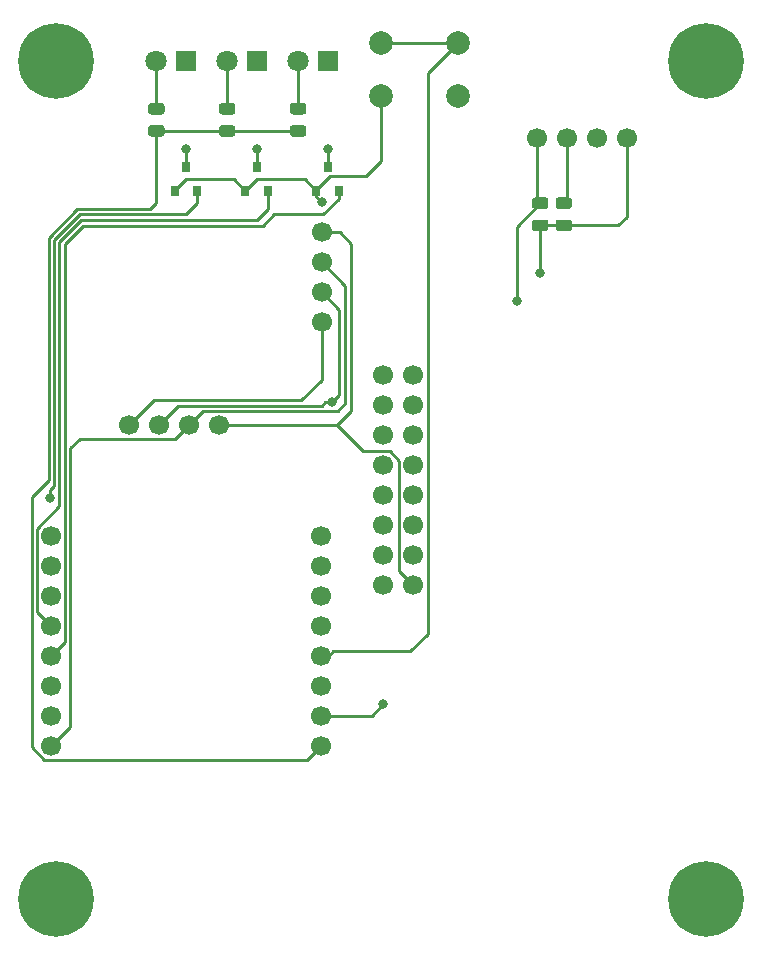
<source format=gbr>
G04 #@! TF.GenerationSoftware,KiCad,Pcbnew,5.1.6+dfsg1-1*
G04 #@! TF.CreationDate,2020-12-01T22:33:45+01:00*
G04 #@! TF.ProjectId,sensorbox,73656e73-6f72-4626-9f78-2e6b69636164,rev?*
G04 #@! TF.SameCoordinates,Original*
G04 #@! TF.FileFunction,Copper,L2,Bot*
G04 #@! TF.FilePolarity,Positive*
%FSLAX46Y46*%
G04 Gerber Fmt 4.6, Leading zero omitted, Abs format (unit mm)*
G04 Created by KiCad (PCBNEW 5.1.6+dfsg1-1) date 2020-12-01 22:33:45*
%MOMM*%
%LPD*%
G01*
G04 APERTURE LIST*
G04 #@! TA.AperFunction,ComponentPad*
%ADD10C,1.700000*%
G04 #@! TD*
G04 #@! TA.AperFunction,ComponentPad*
%ADD11C,1.800000*%
G04 #@! TD*
G04 #@! TA.AperFunction,ComponentPad*
%ADD12R,1.800000X1.800000*%
G04 #@! TD*
G04 #@! TA.AperFunction,ComponentPad*
%ADD13C,6.400000*%
G04 #@! TD*
G04 #@! TA.AperFunction,SMDPad,CuDef*
%ADD14R,0.800000X0.900000*%
G04 #@! TD*
G04 #@! TA.AperFunction,ComponentPad*
%ADD15C,2.000000*%
G04 #@! TD*
G04 #@! TA.AperFunction,ViaPad*
%ADD16C,0.800000*%
G04 #@! TD*
G04 #@! TA.AperFunction,Conductor*
%ADD17C,0.250000*%
G04 #@! TD*
G04 APERTURE END LIST*
D10*
X35240000Y-36710000D03*
X35240000Y-31630000D03*
X35240000Y-34170000D03*
X35240000Y-39250000D03*
X35240000Y-46870000D03*
X35240000Y-49410000D03*
X35240000Y-44330000D03*
X35240000Y-41790000D03*
X32700000Y-49410000D03*
X32700000Y-46870000D03*
X32700000Y-44330000D03*
X32700000Y-41790000D03*
X32700000Y-39250000D03*
X32700000Y-36710000D03*
X32700000Y-34170000D03*
X32700000Y-31630000D03*
X11190000Y-35819999D03*
X13730000Y-35819999D03*
X16270000Y-35819999D03*
X18810000Y-35819999D03*
X27500000Y-27129999D03*
X27500000Y-24589999D03*
X27500000Y-22049999D03*
X27500000Y-19509999D03*
X45690000Y-11500000D03*
X48230000Y-11500000D03*
X50770000Y-11500000D03*
X53310000Y-11500000D03*
X27430000Y-45220000D03*
X27430000Y-60460000D03*
X27430000Y-63000000D03*
X27430000Y-47760000D03*
X27430000Y-50300000D03*
X27430000Y-57920000D03*
X27430000Y-55380000D03*
X27430000Y-52840000D03*
X4570000Y-45220000D03*
X4570000Y-47760000D03*
X4570000Y-50300000D03*
X4570000Y-52840000D03*
X4570000Y-55380000D03*
X4570000Y-57920000D03*
X4570000Y-60460000D03*
X4570000Y-63000000D03*
D11*
X13460000Y-5000000D03*
D12*
X16000000Y-5000000D03*
D11*
X19460000Y-5000000D03*
D12*
X22000000Y-5000000D03*
D13*
X60000000Y-76000000D03*
D14*
X28000000Y-14000000D03*
X27050000Y-16000000D03*
X28950000Y-16000000D03*
D11*
X25460000Y-5000000D03*
D12*
X28000000Y-5000000D03*
D15*
X32500000Y-8000000D03*
X32500000Y-3500000D03*
X39000000Y-8000000D03*
X39000000Y-3500000D03*
D13*
X5000000Y-76000000D03*
G04 #@! TA.AperFunction,SMDPad,CuDef*
G36*
G01*
X48456250Y-17550000D02*
X47543750Y-17550000D01*
G75*
G02*
X47300000Y-17306250I0J243750D01*
G01*
X47300000Y-16818750D01*
G75*
G02*
X47543750Y-16575000I243750J0D01*
G01*
X48456250Y-16575000D01*
G75*
G02*
X48700000Y-16818750I0J-243750D01*
G01*
X48700000Y-17306250D01*
G75*
G02*
X48456250Y-17550000I-243750J0D01*
G01*
G37*
G04 #@! TD.AperFunction*
G04 #@! TA.AperFunction,SMDPad,CuDef*
G36*
G01*
X48456250Y-19425000D02*
X47543750Y-19425000D01*
G75*
G02*
X47300000Y-19181250I0J243750D01*
G01*
X47300000Y-18693750D01*
G75*
G02*
X47543750Y-18450000I243750J0D01*
G01*
X48456250Y-18450000D01*
G75*
G02*
X48700000Y-18693750I0J-243750D01*
G01*
X48700000Y-19181250D01*
G75*
G02*
X48456250Y-19425000I-243750J0D01*
G01*
G37*
G04 #@! TD.AperFunction*
G04 #@! TA.AperFunction,SMDPad,CuDef*
G36*
G01*
X46456250Y-17550000D02*
X45543750Y-17550000D01*
G75*
G02*
X45300000Y-17306250I0J243750D01*
G01*
X45300000Y-16818750D01*
G75*
G02*
X45543750Y-16575000I243750J0D01*
G01*
X46456250Y-16575000D01*
G75*
G02*
X46700000Y-16818750I0J-243750D01*
G01*
X46700000Y-17306250D01*
G75*
G02*
X46456250Y-17550000I-243750J0D01*
G01*
G37*
G04 #@! TD.AperFunction*
G04 #@! TA.AperFunction,SMDPad,CuDef*
G36*
G01*
X46456250Y-19425000D02*
X45543750Y-19425000D01*
G75*
G02*
X45300000Y-19181250I0J243750D01*
G01*
X45300000Y-18693750D01*
G75*
G02*
X45543750Y-18450000I243750J0D01*
G01*
X46456250Y-18450000D01*
G75*
G02*
X46700000Y-18693750I0J-243750D01*
G01*
X46700000Y-19181250D01*
G75*
G02*
X46456250Y-19425000I-243750J0D01*
G01*
G37*
G04 #@! TD.AperFunction*
G04 #@! TA.AperFunction,SMDPad,CuDef*
G36*
G01*
X13956250Y-9550000D02*
X13043750Y-9550000D01*
G75*
G02*
X12800000Y-9306250I0J243750D01*
G01*
X12800000Y-8818750D01*
G75*
G02*
X13043750Y-8575000I243750J0D01*
G01*
X13956250Y-8575000D01*
G75*
G02*
X14200000Y-8818750I0J-243750D01*
G01*
X14200000Y-9306250D01*
G75*
G02*
X13956250Y-9550000I-243750J0D01*
G01*
G37*
G04 #@! TD.AperFunction*
G04 #@! TA.AperFunction,SMDPad,CuDef*
G36*
G01*
X13956250Y-11425000D02*
X13043750Y-11425000D01*
G75*
G02*
X12800000Y-11181250I0J243750D01*
G01*
X12800000Y-10693750D01*
G75*
G02*
X13043750Y-10450000I243750J0D01*
G01*
X13956250Y-10450000D01*
G75*
G02*
X14200000Y-10693750I0J-243750D01*
G01*
X14200000Y-11181250D01*
G75*
G02*
X13956250Y-11425000I-243750J0D01*
G01*
G37*
G04 #@! TD.AperFunction*
G04 #@! TA.AperFunction,SMDPad,CuDef*
G36*
G01*
X19956250Y-9550000D02*
X19043750Y-9550000D01*
G75*
G02*
X18800000Y-9306250I0J243750D01*
G01*
X18800000Y-8818750D01*
G75*
G02*
X19043750Y-8575000I243750J0D01*
G01*
X19956250Y-8575000D01*
G75*
G02*
X20200000Y-8818750I0J-243750D01*
G01*
X20200000Y-9306250D01*
G75*
G02*
X19956250Y-9550000I-243750J0D01*
G01*
G37*
G04 #@! TD.AperFunction*
G04 #@! TA.AperFunction,SMDPad,CuDef*
G36*
G01*
X19956250Y-11425000D02*
X19043750Y-11425000D01*
G75*
G02*
X18800000Y-11181250I0J243750D01*
G01*
X18800000Y-10693750D01*
G75*
G02*
X19043750Y-10450000I243750J0D01*
G01*
X19956250Y-10450000D01*
G75*
G02*
X20200000Y-10693750I0J-243750D01*
G01*
X20200000Y-11181250D01*
G75*
G02*
X19956250Y-11425000I-243750J0D01*
G01*
G37*
G04 #@! TD.AperFunction*
G04 #@! TA.AperFunction,SMDPad,CuDef*
G36*
G01*
X25956250Y-9550000D02*
X25043750Y-9550000D01*
G75*
G02*
X24800000Y-9306250I0J243750D01*
G01*
X24800000Y-8818750D01*
G75*
G02*
X25043750Y-8575000I243750J0D01*
G01*
X25956250Y-8575000D01*
G75*
G02*
X26200000Y-8818750I0J-243750D01*
G01*
X26200000Y-9306250D01*
G75*
G02*
X25956250Y-9550000I-243750J0D01*
G01*
G37*
G04 #@! TD.AperFunction*
G04 #@! TA.AperFunction,SMDPad,CuDef*
G36*
G01*
X25956250Y-11425000D02*
X25043750Y-11425000D01*
G75*
G02*
X24800000Y-11181250I0J243750D01*
G01*
X24800000Y-10693750D01*
G75*
G02*
X25043750Y-10450000I243750J0D01*
G01*
X25956250Y-10450000D01*
G75*
G02*
X26200000Y-10693750I0J-243750D01*
G01*
X26200000Y-11181250D01*
G75*
G02*
X25956250Y-11425000I-243750J0D01*
G01*
G37*
G04 #@! TD.AperFunction*
D14*
X22000000Y-14000000D03*
X21050000Y-16000000D03*
X22950000Y-16000000D03*
X16000000Y-14000000D03*
X15050000Y-16000000D03*
X16950000Y-16000000D03*
D13*
X60000000Y-5000000D03*
X5000000Y-5000000D03*
D16*
X27500000Y-17000000D03*
X32725000Y-59500000D03*
X46000000Y-23000000D03*
X44000000Y-25314999D03*
X28394693Y-33919998D03*
X28000000Y-12500000D03*
X22000000Y-12500000D03*
X16000000Y-12500000D03*
X4500000Y-42000000D03*
D17*
X20050000Y-15000000D02*
X21050000Y-16000000D01*
X21050000Y-16000000D02*
X22050000Y-15000000D01*
X26050000Y-15000000D02*
X27050000Y-16000000D01*
X22050000Y-15000000D02*
X26050000Y-15000000D01*
X15050000Y-16000000D02*
X15050000Y-15950000D01*
X15050000Y-15950000D02*
X16000000Y-15000000D01*
X16000000Y-15000000D02*
X20050000Y-15000000D01*
X27050000Y-16000000D02*
X27050000Y-15950000D01*
X28224999Y-14775001D02*
X31224999Y-14775001D01*
X27050000Y-15950000D02*
X28224999Y-14775001D01*
X32500000Y-13500000D02*
X32500000Y-8000000D01*
X31224999Y-14775001D02*
X32500000Y-13500000D01*
X27500000Y-19509999D02*
X27500000Y-19000000D01*
X27050000Y-16550000D02*
X27500000Y-17000000D01*
X27050000Y-16000000D02*
X27050000Y-16550000D01*
X34064999Y-48234999D02*
X34064999Y-38875997D01*
X35240000Y-49410000D02*
X34064999Y-48234999D01*
X31765000Y-60460000D02*
X32725000Y-59500000D01*
X27430000Y-60460000D02*
X31765000Y-60460000D01*
X27500000Y-19509999D02*
X28990001Y-19509999D01*
X33264001Y-38074999D02*
X31074999Y-38074999D01*
X34064999Y-38875997D02*
X33264001Y-38074999D01*
X18810000Y-35819999D02*
X28819999Y-35819999D01*
X28819999Y-35819999D02*
X31000000Y-38000000D01*
X30000000Y-34639998D02*
X28819999Y-35819999D01*
X30000000Y-20500000D02*
X30000000Y-34639998D01*
X29009999Y-19509999D02*
X30000000Y-20500000D01*
X27500000Y-19509999D02*
X29009999Y-19509999D01*
X13500000Y-10937500D02*
X19500000Y-10937500D01*
X19500000Y-10937500D02*
X25500000Y-10937500D01*
X26254999Y-64175001D02*
X27430000Y-63000000D01*
X4005999Y-64175001D02*
X26254999Y-64175001D01*
X2944989Y-63113991D02*
X4005999Y-64175001D01*
X2944989Y-41949982D02*
X2944989Y-63113991D01*
X4394971Y-19968619D02*
X4394971Y-40500000D01*
X13000000Y-17549990D02*
X6813599Y-17549991D01*
X6813599Y-17549991D02*
X4394971Y-19968619D01*
X13500000Y-17049990D02*
X13000000Y-17549990D01*
X4394971Y-40500000D02*
X2944989Y-41949982D01*
X13500000Y-10937500D02*
X13500000Y-17049990D01*
X53310000Y-11500000D02*
X53310000Y-18190000D01*
X52562500Y-18937500D02*
X48000000Y-18937500D01*
X53310000Y-18190000D02*
X52562500Y-18937500D01*
X48000000Y-18937500D02*
X46000000Y-18937500D01*
X29500000Y-24049999D02*
X27500000Y-22049999D01*
X29500000Y-34000000D02*
X29500000Y-24049999D01*
X28855002Y-34644998D02*
X29500000Y-34000000D01*
X17445001Y-34644998D02*
X28855002Y-34644998D01*
X16270000Y-35819999D02*
X17445001Y-34644998D01*
X46000000Y-21000000D02*
X46000000Y-18937500D01*
X6195011Y-37804989D02*
X6195011Y-61374989D01*
X6195011Y-61374989D02*
X4570000Y-63000000D01*
X7000000Y-37000000D02*
X6195011Y-37804989D01*
X15089999Y-37000000D02*
X7000000Y-37000000D01*
X16270000Y-35819999D02*
X15089999Y-37000000D01*
X46000000Y-23000000D02*
X46000000Y-21000000D01*
X45690000Y-16752500D02*
X46000000Y-17062500D01*
X45690000Y-11500000D02*
X45690000Y-16752500D01*
X27500000Y-27129999D02*
X27500000Y-32000000D01*
X13265021Y-33744978D02*
X11190000Y-35819999D01*
X25755022Y-33744978D02*
X13265021Y-33744978D01*
X27500000Y-32000000D02*
X25755022Y-33744978D01*
X44000000Y-19062500D02*
X46000000Y-17062500D01*
X44000000Y-25314999D02*
X44000000Y-19062500D01*
X48230000Y-16832500D02*
X48000000Y-17062500D01*
X48230000Y-11500000D02*
X48230000Y-16832500D01*
X15355011Y-34194988D02*
X13730000Y-35819999D01*
X15355011Y-34194988D02*
X27530022Y-34194988D01*
X29000000Y-26089999D02*
X27500000Y-24589999D01*
X29000000Y-33314691D02*
X29000000Y-26089999D01*
X28394693Y-33919998D02*
X29000000Y-33314691D01*
X27805012Y-33919998D02*
X27530022Y-34194988D01*
X28394693Y-33919998D02*
X27805012Y-33919998D01*
X28000000Y-14000000D02*
X28000000Y-12500000D01*
X25460000Y-9022500D02*
X25500000Y-9062500D01*
X25460000Y-5000000D02*
X25460000Y-9022500D01*
X19460000Y-9022500D02*
X19500000Y-9062500D01*
X19460000Y-5000000D02*
X19460000Y-9022500D01*
X22000000Y-14000000D02*
X22000000Y-12500000D01*
X13460000Y-9022500D02*
X13500000Y-9062500D01*
X13460000Y-5000000D02*
X13460000Y-9022500D01*
X16000000Y-14000000D02*
X16000000Y-12500000D01*
X5745001Y-20527819D02*
X5745001Y-54204999D01*
X7272820Y-19000000D02*
X5745001Y-20527819D01*
X5745001Y-54204999D02*
X4570000Y-55380000D01*
X22500000Y-19000000D02*
X7272820Y-19000000D01*
X23500000Y-18000000D02*
X22500000Y-19000000D01*
X27650000Y-18000000D02*
X23500000Y-18000000D01*
X28950000Y-16700000D02*
X27650000Y-18000000D01*
X28950000Y-16000000D02*
X28950000Y-16700000D01*
X22000000Y-18500000D02*
X22950000Y-17550000D01*
X5294991Y-20341419D02*
X7136410Y-18500000D01*
X5294991Y-42705009D02*
X5294991Y-20341419D01*
X3394999Y-44605001D02*
X5294991Y-42705009D01*
X7136410Y-18500000D02*
X22000000Y-18500000D01*
X3394999Y-51664999D02*
X3394999Y-44605001D01*
X22950000Y-17550000D02*
X22950000Y-16000000D01*
X4570000Y-52840000D02*
X3394999Y-51664999D01*
X16950000Y-16000000D02*
X16950000Y-17050000D01*
X16950000Y-17050000D02*
X16000000Y-18000000D01*
X4500000Y-41344981D02*
X4500000Y-42000000D01*
X4844981Y-41000000D02*
X4500000Y-41344981D01*
X4844981Y-23608590D02*
X4844981Y-41000000D01*
X4844981Y-23608590D02*
X4844981Y-20155019D01*
X4844981Y-20155019D02*
X7000000Y-18000000D01*
X7000000Y-18000000D02*
X16000000Y-18000000D01*
X39000000Y-3500000D02*
X32500000Y-3500000D01*
X36500000Y-6000000D02*
X39000000Y-3500000D01*
X36500000Y-53500000D02*
X36500000Y-6000000D01*
X35000000Y-55000000D02*
X36500000Y-53500000D01*
X28500000Y-55000000D02*
X35000000Y-55000000D01*
X28120000Y-55380000D02*
X28500000Y-55000000D01*
X27430000Y-55380000D02*
X28120000Y-55380000D01*
M02*

</source>
